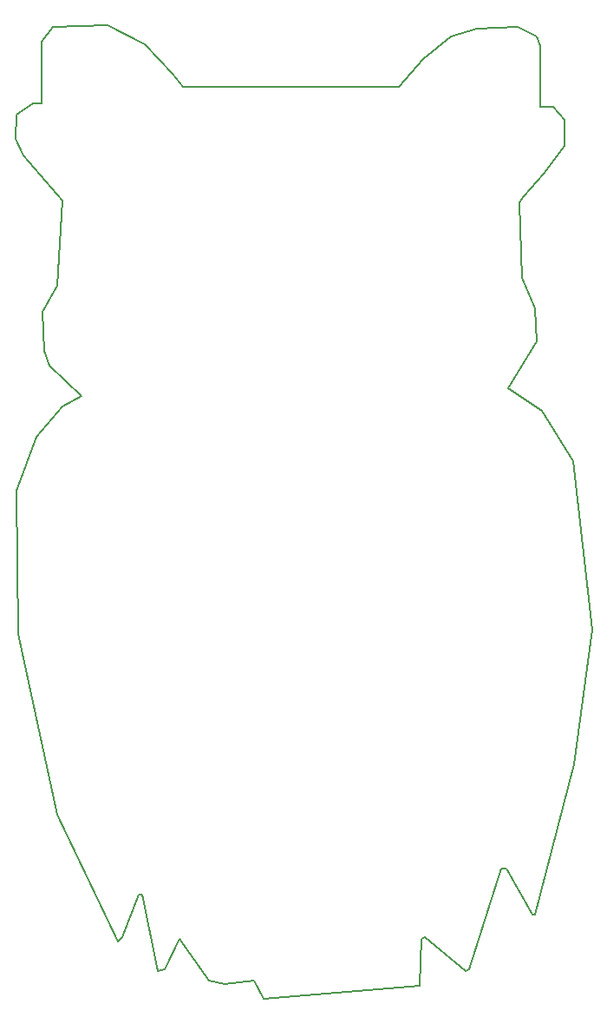
<source format=gbr>
G04 DipTrace 3.3.1.3*
G04 BoardOutline.gbr*
%MOIN*%
G04 #@! TF.FileFunction,Profile*
G04 #@! TF.Part,Single*
%ADD11C,0.005512*%
%FSLAX26Y26*%
G04*
G70*
G90*
G75*
G01*
G04 BoardOutline*
%LPD*%
X506188Y2880939D2*
D11*
X499939Y3030923D1*
X556183Y3130913D1*
X574931Y3455878D1*
X424947Y3630860D1*
X393700Y3693354D1*
X399949Y3787094D1*
X462443Y3830839D1*
X493690D1*
Y4068314D1*
X537435Y4124558D1*
X749913Y4130808D1*
X893648Y4055815D1*
X999886Y3943327D1*
X1037382Y3893333D1*
X1868545D1*
X1962285Y3999571D1*
X2068524Y4087062D1*
X2168514Y4118309D1*
X2324747Y4124558D1*
X2399739Y4087062D1*
X2412238Y4049566D1*
Y3818340D1*
X2462233D1*
X2505978Y3768346D1*
Y3668356D1*
X2424737Y3562117D1*
X2349745Y3474627D1*
X2330997Y3449629D1*
X2343495Y3162159D1*
X2393490Y3043422D1*
X2399739Y2918435D1*
X2287251Y2737204D1*
X2418487Y2649713D1*
X2537225Y2455983D1*
X2612217Y1812301D1*
X2543474Y1293606D1*
X2393490Y718666D1*
X2380991D1*
X2281002Y893648D1*
X2262254D1*
X2137267Y506188D1*
X2124768Y499939D1*
X1968535Y631175D1*
X1956036Y624926D1*
X1949787Y443695D1*
X1349850Y393700D1*
X1312354Y462443D1*
X1199865Y449944D1*
X1137372Y462443D1*
X1024884Y624926D1*
X968640Y506188D1*
X943642Y499939D1*
X881149Y793658D1*
X868650D1*
X806157Y631175D1*
X787409Y612427D1*
X556183Y1099876D1*
X406199Y1793553D1*
X399949Y2343495D1*
X474941Y2549724D1*
X574931Y2668461D1*
X649923Y2705957D1*
X524936Y2824695D1*
X506188Y2880939D1*
X2488670Y1770655D2*
M02*

</source>
